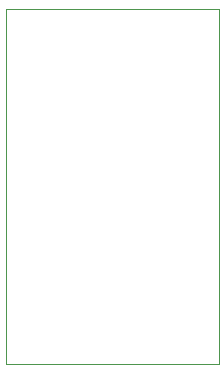
<source format=gbr>
G04 #@! TF.FileFunction,Profile,NP*
%FSLAX46Y46*%
G04 Gerber Fmt 4.6, Leading zero omitted, Abs format (unit mm)*
G04 Created by KiCad (PCBNEW 4.0.2-stable) date 9/4/2016 3:07:34 AM*
%MOMM*%
G01*
G04 APERTURE LIST*
%ADD10C,0.100000*%
G04 APERTURE END LIST*
D10*
X158000000Y-140000000D02*
X158000000Y-110000000D01*
X140000000Y-140000000D02*
X158000000Y-140000000D01*
X140000000Y-110000000D02*
X140000000Y-140000000D01*
X158000000Y-110000000D02*
X140000000Y-110000000D01*
M02*

</source>
